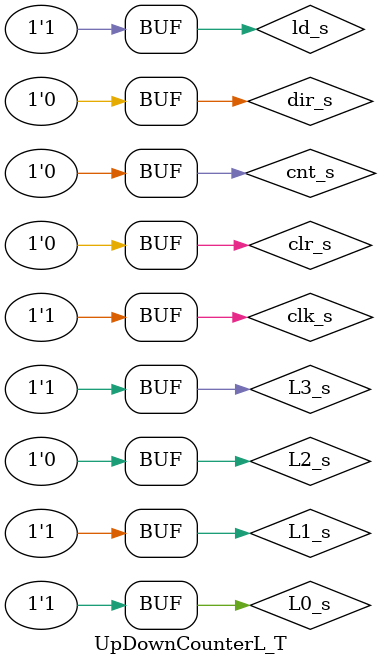
<source format=v>
`timescale 1ns / 1ps

module UpDownCounterL_T();

	reg clk_s, cnt_s, clr_s, dir_s, ld_s;
	reg L3_s, L2_s, L1_s, L0_s;
	wire tc_s;
	wire [3:0] C_s;

	wire a_s, b_s, c_s, d_s, e_s, f_s, g_s;
	wire w_s, x_s, y_s, z_s;

	UpDownCounterL test(clk_s, cnt_s, clr_s, dir_s, ld_s, L3_s, L2_s, L1_s, L0_s, tc_s, C_s, a_s, b_s, c_s, d_s, e_s, f_s, g_s, w_s, x_s, y_s, z_s);

	always begin
		clk_s<=0;
		#10;
		clk_s<=1;
		#10;
	end

	initial begin
		clr_s <= 0; cnt_s <= 0; ld_s <= 0; L3_s <= 0; L2_s <= 0; L1_s <= 0; L0_s <= 0; dir_s <= 0;
		#10 clr_s <= 0; cnt_s <= 0; ld_s <= 1; L3_s <= 0; L2_s <= 1; L1_s <= 1; L0_s <= 1; dir_s <= 0; // Load: 8		
		#10 clr_s <= 0; cnt_s <= 1; ld_s <= 0; L3_s <= 0; L2_s <= 0; L1_s <= 0; L0_s <= 0; dir_s <= 1; // Count Up
		#10 clr_s <= 0; cnt_s <= 1; ld_s <= 0; L3_s <= 0; L2_s <= 0; L1_s <= 0; L0_s <= 0; dir_s <= 1; // Count Up
		#10 clr_s <= 0; cnt_s <= 1; ld_s <= 0; L3_s <= 0; L2_s <= 0; L1_s <= 0; L0_s <= 0; dir_s <= 1; // Count Up
		#10 clr_s <= 0; cnt_s <= 1; ld_s <= 0; L3_s <= 0; L2_s <= 0; L1_s <= 0; L0_s <= 0; dir_s <= 1; // Count Up
		#10 clr_s <= 0; cnt_s <= 1; ld_s <= 0; L3_s <= 0; L2_s <= 0; L1_s <= 0; L0_s <= 0; dir_s <= 1; // Count Up
		#10 clr_s <= 0; cnt_s <= 1; ld_s <= 0; L3_s <= 0; L2_s <= 0; L1_s <= 0; L0_s <= 0; dir_s <= 1; // Count Up
		#10 clr_s <= 0; cnt_s <= 1; ld_s <= 0; L3_s <= 0; L2_s <= 0; L1_s <= 0; L0_s <= 0; dir_s <= 1; // Count Up
		#10 clr_s <= 0; cnt_s <= 1; ld_s <= 0; L3_s <= 0; L2_s <= 0; L1_s <= 0; L0_s <= 0; dir_s <= 1; // Count Up
		#10 clr_s <= 0; cnt_s <= 1; ld_s <= 0; L3_s <= 0; L2_s <= 0; L1_s <= 0; L0_s <= 0; dir_s <= 1; // Count Up
		#10 clr_s <= 0; cnt_s <= 1; ld_s <= 0; L3_s <= 0; L2_s <= 0; L1_s <= 0; L0_s <= 0; dir_s <= 1; // Count Up
		#10 clr_s <= 0; cnt_s <= 1; ld_s <= 0; L3_s <= 0; L2_s <= 0; L1_s <= 0; L0_s <= 0; dir_s <= 1; // Count Up
		#10 clr_s <= 0; cnt_s <= 1; ld_s <= 0; L3_s <= 0; L2_s <= 0; L1_s <= 0; L0_s <= 0; dir_s <= 1; // Count Up
		#10 clr_s <= 0; cnt_s <= 1; ld_s <= 0; L3_s <= 0; L2_s <= 0; L1_s <= 0; L0_s <= 0; dir_s <= 1; // Count Up
		#10 clr_s <= 0; cnt_s <= 1; ld_s <= 0; L3_s <= 0; L2_s <= 0; L1_s <= 0; L0_s <= 0; dir_s <= 1; // Count Up
		#10 clr_s <= 0; cnt_s <= 1; ld_s <= 0; L3_s <= 0; L2_s <= 0; L1_s <= 0; L0_s <= 0; dir_s <= 1; // Count Up
		#10 clr_s <= 0; cnt_s <= 1; ld_s <= 0; L3_s <= 0; L2_s <= 0; L1_s <= 0; L0_s <= 0; dir_s <= 1; // Count Up
		#10 clr_s <= 0; cnt_s <= 1; ld_s <= 0; L3_s <= 0; L2_s <= 0; L1_s <= 0; L0_s <= 0; dir_s <= 1; // Count Up
		#10 clr_s <= 0; cnt_s <= 1; ld_s <= 0; L3_s <= 0; L2_s <= 0; L1_s <= 0; L0_s <= 0; dir_s <= 1; // Count Up
		#10 clr_s <= 0; cnt_s <= 1; ld_s <= 0; L3_s <= 0; L2_s <= 0; L1_s <= 0; L0_s <= 0; dir_s <= 1; // Count Up
		#10 clr_s <= 0; cnt_s <= 1; ld_s <= 0; L3_s <= 0; L2_s <= 0; L1_s <= 0; L0_s <= 0; dir_s <= 1; // Count Up
		#10 clr_s <= 0; cnt_s <= 1; ld_s <= 0; L3_s <= 0; L2_s <= 0; L1_s <= 0; L0_s <= 0; dir_s <= 0; // Count Down
		#10 clr_s <= 0; cnt_s <= 1; ld_s <= 0; L3_s <= 0; L2_s <= 0; L1_s <= 0; L0_s <= 0; dir_s <= 0; // Count Down
		#10 clr_s <= 0; cnt_s <= 1; ld_s <= 0; L3_s <= 0; L2_s <= 0; L1_s <= 0; L0_s <= 0; dir_s <= 0; // Count Down
		#10 clr_s <= 0; cnt_s <= 1; ld_s <= 0; L3_s <= 0; L2_s <= 0; L1_s <= 0; L0_s <= 0; dir_s <= 0; // Count Down
		#10 clr_s <= 0; cnt_s <= 1; ld_s <= 0; L3_s <= 0; L2_s <= 0; L1_s <= 0; L0_s <= 0; dir_s <= 0; // Count Down
		#10 clr_s <= 0; cnt_s <= 1; ld_s <= 0; L3_s <= 0; L2_s <= 0; L1_s <= 0; L0_s <= 0; dir_s <= 0; // Count Down
		#10 clr_s <= 0; cnt_s <= 1; ld_s <= 0; L3_s <= 0; L2_s <= 0; L1_s <= 0; L0_s <= 0; dir_s <= 0; // Count Down
		#10 clr_s <= 0; cnt_s <= 1; ld_s <= 0; L3_s <= 0; L2_s <= 0; L1_s <= 0; L0_s <= 0; dir_s <= 0; // Count Down
		#10 clr_s <= 0; cnt_s <= 1; ld_s <= 0; L3_s <= 0; L2_s <= 0; L1_s <= 0; L0_s <= 0; dir_s <= 0; // Count Down
		#10 clr_s <= 0; cnt_s <= 1; ld_s <= 0; L3_s <= 0; L2_s <= 0; L1_s <= 0; L0_s <= 0; dir_s <= 0; // Count Down
		#10 clr_s <= 0; cnt_s <= 1; ld_s <= 0; L3_s <= 0; L2_s <= 0; L1_s <= 0; L0_s <= 0; dir_s <= 0; // Count Down
		#10 clr_s <= 0; cnt_s <= 1; ld_s <= 0; L3_s <= 0; L2_s <= 0; L1_s <= 0; L0_s <= 0; dir_s <= 0; // Count Down
		#10 clr_s <= 0; cnt_s <= 1; ld_s <= 0; L3_s <= 0; L2_s <= 0; L1_s <= 0; L0_s <= 0; dir_s <= 0; // Count Down
		#10 clr_s <= 0; cnt_s <= 1; ld_s <= 0; L3_s <= 0; L2_s <= 0; L1_s <= 0; L0_s <= 0; dir_s <= 0; // Count Down
		#10 clr_s <= 0; cnt_s <= 1; ld_s <= 0; L3_s <= 0; L2_s <= 0; L1_s <= 0; L0_s <= 0; dir_s <= 0; // Count Down
		#10 clr_s <= 0; cnt_s <= 1; ld_s <= 0; L3_s <= 0; L2_s <= 0; L1_s <= 0; L0_s <= 0; dir_s <= 0; // Count Down
		#10 clr_s <= 0; cnt_s <= 1; ld_s <= 0; L3_s <= 0; L2_s <= 0; L1_s <= 0; L0_s <= 0; dir_s <= 0; // Count Down
		#10 clr_s <= 0; cnt_s <= 1; ld_s <= 0; L3_s <= 0; L2_s <= 0; L1_s <= 0; L0_s <= 0; dir_s <= 0; // Count Down
		#10 clr_s <= 0; cnt_s <= 1; ld_s <= 0; L3_s <= 0; L2_s <= 0; L1_s <= 0; L0_s <= 0; dir_s <= 0; // Count Down
		#10 clr_s <= 0; cnt_s <= 1; ld_s <= 0; L3_s <= 0; L2_s <= 0; L1_s <= 0; L0_s <= 0; dir_s <= 0; // Count Down
		#10 clr_s <= 1; cnt_s <= 0; ld_s <= 0; L3_s <= 0; L2_s <= 0; L1_s <= 0; L0_s <= 0; dir_s <= 0; // Clear
		#10 clr_s <= 0; cnt_s <= 0; ld_s <= 1; L3_s <= 1; L2_s <= 0; L1_s <= 1; L0_s <= 1; dir_s <= 0; // Load: 4
	end
endmodule

</source>
